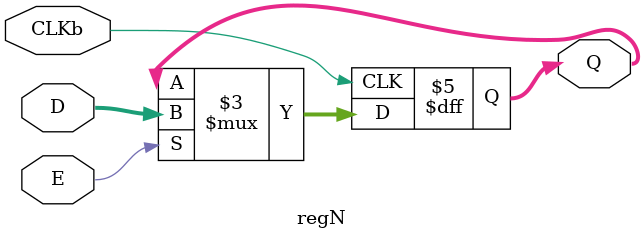
<source format=sv>
module regN#(
	parameter N = 8 //variable width register
)
(
	input logic [N-1:0] D,
	input logic CLKb, E,
	output logic [N-1:0] Q
);

	//negedge register with synchronous active-high enable
	always_ff@(negedge CLKb)
	begin
		if(E)
			Q <= D;
		else
			Q <= Q;
	end

endmodule 

</source>
